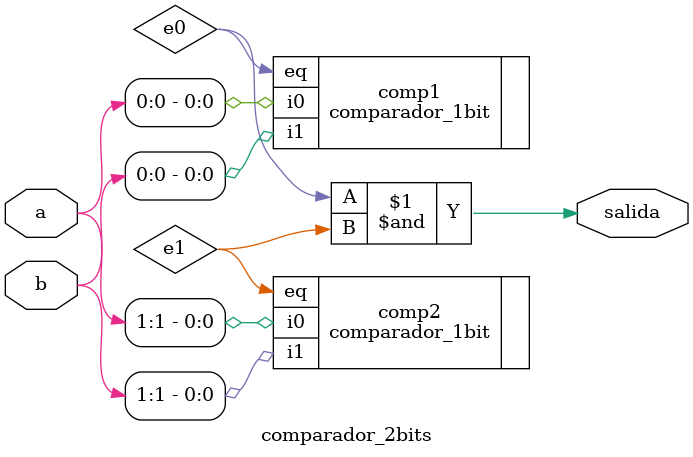
<source format=v>
`include "comparador_1bit/comparador_1bit.v"

module comparador_2bits (
    input wire [1:0] a, b,
    output wire salida
);

// Internal signal declarations
wire e0, e1;

//body
// Instantiation two 1-bit comparators (previous module)
comparador_1bit comp1 (.i0(a[0]), .i1(b[0]), .eq(e0));
comparador_1bit comp2 (.eq(e1), .i0(a[1]), .i1(b[1]));

// a and b are equals if individual bits are equals
assign salida = e0 & e1;
    
endmodule
</source>
